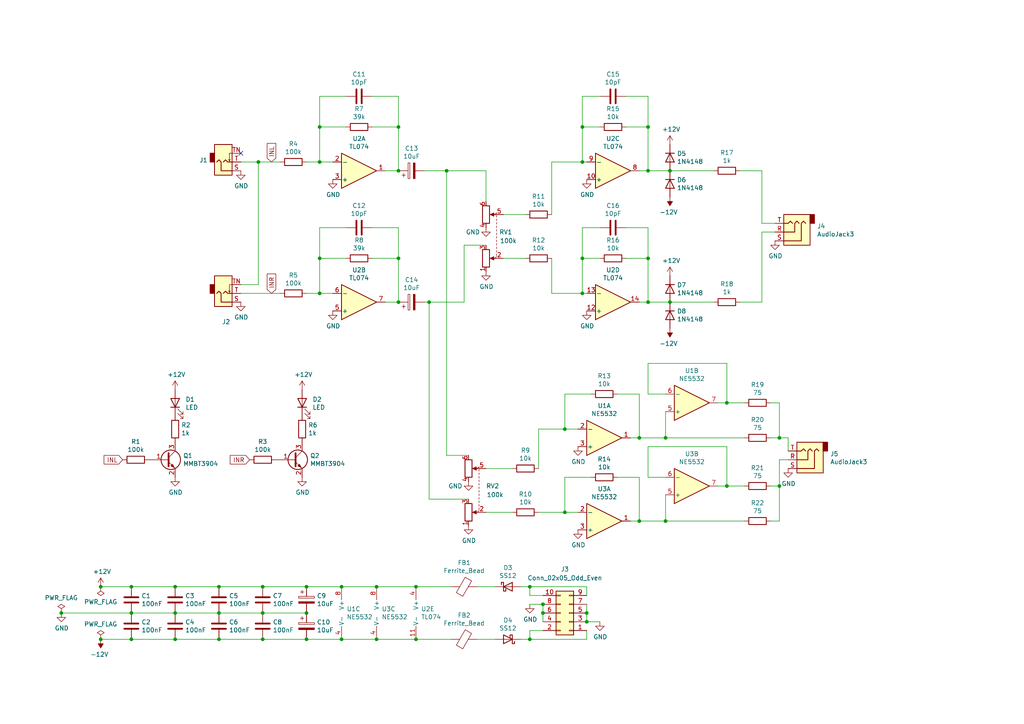
<source format=kicad_sch>
(kicad_sch (version 20211123) (generator eeschema)
  (paper "A4")
  (lib_symbols
    (symbol "Amplifier_Operational:NE5532" (pin_names (offset 0.127))
      (property "Reference" "U" (at 0 5.08 0))
      (property "Value" "NE5532" (at 0 -5.08 0))
      (symbol "NE5532_1_1"
        (polyline (pts (xy -5.08 5.08) (xy 5.08 0) (xy -5.08 -5.08) (xy -5.08 5.08)) (stroke (width 0.254)) (fill (type background)))
        (pin output line (at 7.62 0 180) (length 2.54) (name "~") (number "1"))
        (pin input line (at -7.62 -2.54 0) (length 2.54) (name "-") (number "2"))
        (pin input line (at -7.62 2.54 0) (length 2.54) (name "+") (number "3"))
      )
      (symbol "NE5532_2_1"
        (polyline (pts (xy -5.08 5.08) (xy 5.08 0) (xy -5.08 -5.08) (xy -5.08 5.08)) (stroke (width 0.254)) (fill (type background)))
        (pin input line (at -7.62 2.54 0) (length 2.54) (name "+") (number "5"))
        (pin input line (at -7.62 -2.54 0) (length 2.54) (name "-") (number "6"))
        (pin output line (at 7.62 0 180) (length 2.54) (name "~") (number "7"))
      )
      (symbol "NE5532_3_1"
        (pin power_in line (at -2.54 -7.62 90) (length 3.81) (name "V-") (number "4"))
        (pin power_in line (at -2.54 7.62 270) (length 3.81) (name "V+") (number "8"))
      )
    )
    (symbol "Amplifier_Operational:TL074" (pin_names (offset 0.127))
      (property "Reference" "U" (at 0 5.08 0))
      (property "Value" "TL074" (at 0 -5.08 0))
      (symbol "TL074_1_1"
        (polyline (pts (xy -5.08 5.08) (xy 5.08 0) (xy -5.08 -5.08) (xy -5.08 5.08)) (stroke (width 0.254)) (fill (type background)))
        (pin output line (at 7.62 0 180) (length 2.54) (name "~") (number "1"))
        (pin input line (at -7.62 -2.54 0) (length 2.54) (name "-") (number "2"))
        (pin input line (at -7.62 2.54 0) (length 2.54) (name "+") (number "3"))
      )
      (symbol "TL074_2_1"
        (polyline (pts (xy -5.08 5.08) (xy 5.08 0) (xy -5.08 -5.08) (xy -5.08 5.08)) (stroke (width 0.254)) (fill (type background)))
        (pin input line (at -7.62 2.54 0) (length 2.54) (name "+") (number "5"))
        (pin input line (at -7.62 -2.54 0) (length 2.54) (name "-") (number "6"))
        (pin output line (at 7.62 0 180) (length 2.54) (name "~") (number "7"))
      )
      (symbol "TL074_3_1"
        (polyline (pts (xy -5.08 5.08) (xy 5.08 0) (xy -5.08 -5.08) (xy -5.08 5.08)) (stroke (width 0.254)) (fill (type background)))
        (pin input line (at -7.62 2.54 0) (length 2.54) (name "+") (number "10"))
        (pin output line (at 7.62 0 180) (length 2.54) (name "~") (number "8"))
        (pin input line (at -7.62 -2.54 0) (length 2.54) (name "-") (number "9"))
      )
      (symbol "TL074_4_1"
        (polyline (pts (xy -5.08 5.08) (xy 5.08 0) (xy -5.08 -5.08) (xy -5.08 5.08)) (stroke (width 0.254)) (fill (type background)))
        (pin input line (at -7.62 2.54 0) (length 2.54) (name "+") (number "12"))
        (pin input line (at -7.62 -2.54 0) (length 2.54) (name "-") (number "13"))
        (pin output line (at 7.62 0 180) (length 2.54) (name "~") (number "14"))
      )
      (symbol "TL074_5_1"
        (pin power_in line (at -2.54 -7.62 90) (length 3.81) (name "V-") (number "11"))
        (pin power_in line (at -2.54 7.62 270) (length 3.81) (name "V+") (number "4"))
      )
    )
    (symbol "Connector:AudioJack2_SwitchT"
      (property "Reference" "J" (at 0 8.89 0))
      (property "Value" "AudioJack2_SwitchT" (at 0 6.35 0))
      (symbol "AudioJack2_SwitchT_0_1"
        (rectangle (start -2.54 0) (end -3.81 -2.54) (stroke (width 0.254)) (fill (type outline)))
        (polyline (pts (xy 1.778 -0.254) (xy 2.032 -0.762)))
        (polyline (pts (xy 0 0) (xy 0.635 -0.635) (xy 1.27 0) (xy 2.54 0)) (stroke (width 0.254)))
        (polyline (pts (xy 2.54 -2.54) (xy 1.778 -2.54) (xy 1.778 -0.254) (xy 1.524 -0.762)))
        (polyline (pts (xy 2.54 2.54) (xy -0.635 2.54) (xy -0.635 0) (xy -1.27 -0.635) (xy -1.905 0)) (stroke (width 0.254)))
        (rectangle (start 2.54 3.81) (end -2.54 -5.08) (stroke (width 0.254)) (fill (type background)))
      )
      (symbol "AudioJack2_SwitchT_1_1"
        (pin passive line (at 5.08 2.54 180) (length 2.54) (name "~") (number "S"))
        (pin passive line (at 5.08 0 180) (length 2.54) (name "~") (number "T"))
        (pin passive line (at 5.08 -2.54 180) (length 2.54) (name "~") (number "TN"))
      )
    )
    (symbol "Connector:AudioJack3"
      (property "Reference" "J" (at 0 8.89 0))
      (property "Value" "AudioJack3" (at 0 6.35 0))
      (symbol "AudioJack3_0_1"
        (rectangle (start -5.08 -5.08) (end -6.35 -2.54) (stroke (width 0.254)) (fill (type outline)))
        (polyline (pts (xy 0 -2.54) (xy 0.635 -3.175) (xy 1.27 -2.54) (xy 2.54 -2.54)) (stroke (width 0.254)))
        (polyline (pts (xy -1.905 -2.54) (xy -1.27 -3.175) (xy -0.635 -2.54) (xy -0.635 0) (xy 2.54 0)) (stroke (width 0.254)))
        (polyline (pts (xy 2.54 2.54) (xy -2.54 2.54) (xy -2.54 -2.54) (xy -3.175 -3.175) (xy -3.81 -2.54)) (stroke (width 0.254)))
        (rectangle (start 2.54 3.81) (end -5.08 -5.08) (stroke (width 0.254)) (fill (type background)))
      )
      (symbol "AudioJack3_1_1"
        (pin passive line (at 5.08 0 180) (length 2.54) (name "~") (number "R"))
        (pin passive line (at 5.08 2.54 180) (length 2.54) (name "~") (number "S"))
        (pin passive line (at 5.08 -2.54 180) (length 2.54) (name "~") (number "T"))
      )
    )
    (symbol "Connector_Generic:Conn_02x05_Odd_Even" (pin_names (offset 1.016) hide)
      (property "Reference" "J" (at 1.27 7.62 0))
      (property "Value" "Conn_02x05_Odd_Even" (at 1.27 -7.62 0))
      (symbol "Conn_02x05_Odd_Even_1_1"
        (rectangle (start -1.27 -4.953) (end 0 -5.207) (stroke (width 0.1524)))
        (rectangle (start -1.27 -2.413) (end 0 -2.667) (stroke (width 0.1524)))
        (rectangle (start -1.27 0.127) (end 0 -0.127) (stroke (width 0.1524)))
        (rectangle (start -1.27 2.667) (end 0 2.413) (stroke (width 0.1524)))
        (rectangle (start -1.27 5.207) (end 0 4.953) (stroke (width 0.1524)))
        (rectangle (start -1.27 6.35) (end 3.81 -6.35) (stroke (width 0.254)) (fill (type background)))
        (rectangle (start 3.81 -4.953) (end 2.54 -5.207) (stroke (width 0.1524)))
        (rectangle (start 3.81 -2.413) (end 2.54 -2.667) (stroke (width 0.1524)))
        (rectangle (start 3.81 0.127) (end 2.54 -0.127) (stroke (width 0.1524)))
        (rectangle (start 3.81 2.667) (end 2.54 2.413) (stroke (width 0.1524)))
        (rectangle (start 3.81 5.207) (end 2.54 4.953) (stroke (width 0.1524)))
        (pin passive line (at -5.08 5.08 0) (length 3.81) (name "Pin_1") (number "1"))
        (pin passive line (at 7.62 -5.08 180) (length 3.81) (name "Pin_10") (number "10"))
        (pin passive line (at 7.62 5.08 180) (length 3.81) (name "Pin_2") (number "2"))
        (pin passive line (at -5.08 2.54 0) (length 3.81) (name "Pin_3") (number "3"))
        (pin passive line (at 7.62 2.54 180) (length 3.81) (name "Pin_4") (number "4"))
        (pin passive line (at -5.08 0 0) (length 3.81) (name "Pin_5") (number "5"))
        (pin passive line (at 7.62 0 180) (length 3.81) (name "Pin_6") (number "6"))
        (pin passive line (at -5.08 -2.54 0) (length 3.81) (name "Pin_7") (number "7"))
        (pin passive line (at 7.62 -2.54 180) (length 3.81) (name "Pin_8") (number "8"))
        (pin passive line (at -5.08 -5.08 0) (length 3.81) (name "Pin_9") (number "9"))
      )
    )
    (symbol "Device:C" (pin_numbers hide) (pin_names (offset 0.254))
      (property "Reference" "C" (at 0.635 2.54 0))
      (property "Value" "C" (at 0.635 -2.54 0))
      (symbol "C_0_1"
        (polyline (pts (xy -2.032 -0.762) (xy 2.032 -0.762)) (stroke (width 0.508)))
        (polyline (pts (xy -2.032 0.762) (xy 2.032 0.762)) (stroke (width 0.508)))
      )
      (symbol "C_1_1"
        (pin passive line (at 0 3.81 270) (length 2.794) (name "~") (number "1"))
        (pin passive line (at 0 -3.81 90) (length 2.794) (name "~") (number "2"))
      )
    )
    (symbol "Device:D_Schottky" (pin_numbers hide) (pin_names (offset 1.016) hide)
      (property "Reference" "D" (at 0 2.54 0))
      (property "Value" "D_Schottky" (at 0 -2.54 0))
      (symbol "D_Schottky_0_1"
        (polyline (pts (xy 1.27 0) (xy -1.27 0)))
        (polyline (pts (xy 1.27 1.27) (xy 1.27 -1.27) (xy -1.27 0) (xy 1.27 1.27)) (stroke (width 0.254)))
        (polyline (pts (xy -1.905 0.635) (xy -1.905 1.27) (xy -1.27 1.27) (xy -1.27 -1.27) (xy -0.635 -1.27) (xy -0.635 -0.635)) (stroke (width 0.254)))
      )
      (symbol "D_Schottky_1_1"
        (pin passive line (at -3.81 0 0) (length 2.54) (name "K") (number "1"))
        (pin passive line (at 3.81 0 180) (length 2.54) (name "A") (number "2"))
      )
    )
    (symbol "Device:LED" (pin_numbers hide) (pin_names (offset 1.016) hide)
      (property "Reference" "D" (at 0 2.54 0))
      (property "Value" "LED" (at 0 -2.54 0))
      (symbol "LED_0_1"
        (polyline (pts (xy -1.27 -1.27) (xy -1.27 1.27)) (stroke (width 0.254)))
        (polyline (pts (xy -1.27 0) (xy 1.27 0)))
        (polyline (pts (xy 1.27 -1.27) (xy 1.27 1.27) (xy -1.27 0) (xy 1.27 -1.27)) (stroke (width 0.254)))
        (polyline (pts (xy -3.048 -0.762) (xy -4.572 -2.286) (xy -3.81 -2.286) (xy -4.572 -2.286) (xy -4.572 -1.524)))
        (polyline (pts (xy -1.778 -0.762) (xy -3.302 -2.286) (xy -2.54 -2.286) (xy -3.302 -2.286) (xy -3.302 -1.524)))
      )
      (symbol "LED_1_1"
        (pin passive line (at -3.81 0 0) (length 2.54) (name "K") (number "1"))
        (pin passive line (at 3.81 0 180) (length 2.54) (name "A") (number "2"))
      )
    )
    (symbol "Device:R" (pin_numbers hide) (pin_names (offset 0))
      (property "Reference" "R" (at 2.032 0 90))
      (property "Value" "R" (at 0 0 90))
      (symbol "R_0_1"
        (rectangle (start -1.016 -2.54) (end 1.016 2.54) (stroke (width 0.254)))
      )
      (symbol "R_1_1"
        (pin passive line (at 0 3.81 270) (length 1.27) (name "~") (number "1"))
        (pin passive line (at 0 -3.81 90) (length 1.27) (name "~") (number "2"))
      )
    )
    (symbol "Diode:1N4148" (pin_numbers hide) (pin_names hide)
      (property "Reference" "D" (at 0 2.54 0))
      (property "Value" "1N4148" (at 0 -2.54 0))
      (symbol "1N4148_0_1"
        (polyline (pts (xy -1.27 1.27) (xy -1.27 -1.27)) (stroke (width 0.254)))
        (polyline (pts (xy 1.27 0) (xy -1.27 0)))
        (polyline (pts (xy 1.27 1.27) (xy 1.27 -1.27) (xy -1.27 0) (xy 1.27 1.27)) (stroke (width 0.254)))
      )
      (symbol "1N4148_1_1"
        (pin passive line (at -3.81 0 0) (length 2.54) (name "K") (number "1"))
        (pin passive line (at 3.81 0 180) (length 2.54) (name "A") (number "2"))
      )
    )
    (symbol "Transistor_BJT:MMBT3904" (pin_names (offset 0) hide)
      (property "Reference" "Q" (at 5.08 1.905 0))
      (property "Value" "MMBT3904" (at 5.08 0 0))
      (symbol "MMBT3904_0_1"
        (polyline (pts (xy 0.635 0.635) (xy 2.54 2.54)))
        (polyline (pts (xy 0.635 -0.635) (xy 2.54 -2.54) (xy 2.54 -2.54)))
        (polyline (pts (xy 0.635 1.905) (xy 0.635 -1.905) (xy 0.635 -1.905)) (stroke (width 0.508)))
        (polyline (pts (xy 1.27 -1.778) (xy 1.778 -1.27) (xy 2.286 -2.286) (xy 1.27 -1.778) (xy 1.27 -1.778)) (fill (type outline)))
        (circle (center 1.27 0) (radius 2.8194) (stroke (width 0.254)))
      )
      (symbol "MMBT3904_1_1"
        (pin input line (at -5.08 0 0) (length 5.715) (name "B") (number "1"))
        (pin passive line (at 2.54 -5.08 90) (length 2.54) (name "E") (number "2"))
        (pin passive line (at 2.54 5.08 270) (length 2.54) (name "C") (number "3"))
      )
    )
    (symbol "output-rescue:CP-Device" (pin_numbers hide) (pin_names (offset 0.254))
      (property "Reference" "C" (at 0.635 2.54 0))
      (property "Value" "CP-Device" (at 0.635 -2.54 0))
      (symbol "CP-Device_0_1"
        (rectangle (start -2.286 0.508) (end 2.286 1.016))
        (polyline (pts (xy -1.778 2.286) (xy -0.762 2.286)))
        (polyline (pts (xy -1.27 2.794) (xy -1.27 1.778)))
        (rectangle (start 2.286 -0.508) (end -2.286 -1.016) (fill (type outline)))
      )
      (symbol "CP-Device_1_1"
        (pin passive line (at 0 3.81 270) (length 2.794) (name "~") (number "1"))
        (pin passive line (at 0 -3.81 90) (length 2.794) (name "~") (number "2"))
      )
    )
    (symbol "output-rescue:Ferrite_Bead-Device" (pin_numbers hide) (pin_names (offset 0))
      (property "Reference" "FB" (at -3.81 0.635 90))
      (property "Value" "Ferrite_Bead-Device" (at 3.81 0 90))
      (symbol "Ferrite_Bead-Device_0_1"
        (polyline (pts (xy 0 -1.27) (xy 0 -1.2192)))
        (polyline (pts (xy 0 1.27) (xy 0 1.2954)))
        (polyline (pts (xy -2.7686 0.4064) (xy -1.7018 2.2606) (xy 2.7686 -0.3048) (xy 1.6764 -2.159) (xy -2.7686 0.4064)))
      )
      (symbol "Ferrite_Bead-Device_1_1"
        (pin passive line (at 0 3.81 270) (length 2.54) (name "~") (number "1"))
        (pin passive line (at 0 -3.81 90) (length 2.54) (name "~") (number "2"))
      )
    )
    (symbol "output-rescue:R_POT_Dual-Device" (pin_names (offset 1.016) hide)
      (property "Reference" "RV" (at 0 3.81 0))
      (property "Value" "R_POT_Dual-Device" (at 0 1.905 0))
      (symbol "R_POT_Dual-Device_0_1"
        (rectangle (start -8.89 -1.524) (end -3.81 -3.556) (stroke (width 0.254)))
        (polyline (pts (xy -6.35 0) (xy -6.35 -1.016)))
        (polyline (pts (xy -6.35 0) (xy -6.35 -1.016)))
        (polyline (pts (xy -6.35 0) (xy -5.842 0.508)))
        (polyline (pts (xy -5.588 0.508) (xy -5.08 0.508)))
        (polyline (pts (xy -4.572 0.508) (xy -4.064 0.508)))
        (polyline (pts (xy -3.556 0.508) (xy -3.048 0.508)))
        (polyline (pts (xy -2.54 0.508) (xy -2.032 0.508)))
        (polyline (pts (xy -1.524 0.508) (xy -1.016 0.508)))
        (polyline (pts (xy -0.508 0.508) (xy 0 0.508)))
        (polyline (pts (xy 0.508 0.508) (xy 1.016 0.508)))
        (polyline (pts (xy 1.524 0.508) (xy 2.032 0.508)))
        (polyline (pts (xy 2.54 0.508) (xy 3.048 0.508)))
        (polyline (pts (xy 3.556 0.508) (xy 4.064 0.508)))
        (polyline (pts (xy 4.572 0.508) (xy 5.08 0.508)))
        (polyline (pts (xy 5.588 0.508) (xy 6.096 0.508)))
        (polyline (pts (xy 6.35 0) (xy 6.35 -1.016)))
        (polyline (pts (xy 6.35 0) (xy 6.35 -1.016)))
        (polyline (pts (xy 6.604 0.508) (xy 6.858 0.508) (xy 6.35 0)))
        (polyline (pts (xy -6.35 -1.397) (xy -6.858 -0.254) (xy -5.842 -0.254) (xy -6.35 -1.397)) (fill (type outline)))
        (polyline (pts (xy 6.35 -1.397) (xy 5.842 -0.254) (xy 6.858 -0.254) (xy 6.35 -1.397)) (fill (type outline)))
        (rectangle (start 3.81 -1.524) (end 8.89 -3.556) (stroke (width 0.254)))
      )
      (symbol "R_POT_Dual-Device_1_1"
        (pin passive line (at -10.16 -2.54 0) (length 1.27) (name "1") (number "1"))
        (pin passive line (at -6.35 2.54 270) (length 2.54) (name "2") (number "2"))
        (pin passive line (at -2.54 -2.54 180) (length 1.27) (name "3") (number "3"))
        (pin passive line (at 2.54 -2.54 0) (length 1.27) (name "4") (number "4"))
        (pin passive line (at 6.35 2.54 270) (length 2.54) (name "5") (number "5"))
        (pin passive line (at 10.16 -2.54 180) (length 1.27) (name "6") (number "6"))
      )
    )
    (symbol "power:+12V" (power) (pin_names (offset 0))
      (property "Value" "+12V" (at 0 3.556 0))
      (symbol "+12V_0_1"
        (polyline (pts (xy -0.762 1.27) (xy 0 2.54)))
        (polyline (pts (xy 0 0) (xy 0 2.54)))
        (polyline (pts (xy 0 2.54) (xy 0.762 1.27)))
      )
      (symbol "+12V_1_1"
        (pin power_in line (at 0 0 90) (length 0) hide (name "+12V") (number "1"))
      )
    )
    (symbol "power:-12V" (power) (pin_names (offset 0))
      (property "Value" "-12V" (at 0 3.81 0))
      (symbol "-12V_0_0"
        (pin power_in line (at 0 0 90) (length 0) hide (name "-12V") (number "1"))
      )
      (symbol "-12V_0_1"
        (polyline (pts (xy 0 0) (xy 0 1.27) (xy 0.762 1.27) (xy 0 2.54) (xy -0.762 1.27) (xy 0 1.27)) (fill (type outline)))
      )
    )
    (symbol "power:GND" (power) (pin_names (offset 0))
      (property "Value" "GND" (at 0 -3.81 0))
      (symbol "GND_0_1"
        (polyline (pts (xy 0 0) (xy 0 -1.27) (xy 1.27 -1.27) (xy 0 -2.54) (xy -1.27 -1.27) (xy 0 -1.27)))
      )
      (symbol "GND_1_1"
        (pin power_in line (at 0 0 270) (length 0) hide (name "GND") (number "1"))
      )
    )
    (symbol "power:PWR_FLAG" (power) (pin_numbers hide) (pin_names (offset 0) hide)
      (property "Value" "PWR_FLAG" (at 0 3.81 0))
      (symbol "PWR_FLAG_0_0"
        (pin power_out line (at 0 0 90) (length 0) (name "pwr") (number "1"))
      )
      (symbol "PWR_FLAG_0_1"
        (polyline (pts (xy 0 0) (xy 0 1.27) (xy -1.016 1.905) (xy 0 2.54) (xy 1.016 1.905) (xy 0 1.27)))
      )
    )
  )
  (junction (at 193.04 127))
  (junction (at 210.82 140.97))
  (junction (at 194.31 49.53))
  (junction (at 99.06 185.42))
  (junction (at 163.83 124.46))
  (junction (at 99.06 170.18))
  (junction (at 153.67 170.18))
  (junction (at 92.71 36.83))
  (junction (at 226.06 127))
  (junction (at 157.48 175.26))
  (junction (at 76.2 170.18))
  (junction (at 109.22 185.42))
  (junction (at 120.65 185.42))
  (junction (at 170.18 177.8))
  (junction (at 185.42 151.13))
  (junction (at 187.96 36.83))
  (junction (at 157.48 177.8))
  (junction (at 109.22 170.18))
  (junction (at 17.78 177.8))
  (junction (at 38.1 170.18))
  (junction (at 88.9 170.18))
  (junction (at 63.5 185.42))
  (junction (at 193.04 151.13))
  (junction (at 163.83 148.59))
  (junction (at 76.2 185.42))
  (junction (at 38.1 177.8))
  (junction (at 115.57 49.53))
  (junction (at 76.2 177.8))
  (junction (at 115.57 87.63))
  (junction (at 29.21 185.42))
  (junction (at 29.21 170.18))
  (junction (at 88.9 185.42))
  (junction (at 187.96 74.93))
  (junction (at 129.54 49.53))
  (junction (at 50.8 185.42))
  (junction (at 120.65 170.18))
  (junction (at 168.91 46.99))
  (junction (at 168.91 74.93))
  (junction (at 74.93 46.99))
  (junction (at 88.9 177.8))
  (junction (at 50.8 177.8))
  (junction (at 92.71 85.09))
  (junction (at 153.67 185.42))
  (junction (at 187.96 87.63))
  (junction (at 50.8 170.18))
  (junction (at 92.71 46.99))
  (junction (at 63.5 170.18))
  (junction (at 194.31 87.63))
  (junction (at 226.06 140.97))
  (junction (at 92.71 74.93))
  (junction (at 185.42 127))
  (junction (at 170.18 180.34))
  (junction (at 63.5 177.8))
  (junction (at 124.46 87.63))
  (junction (at 187.96 49.53))
  (junction (at 168.91 85.09))
  (junction (at 115.57 74.93))
  (junction (at 210.82 116.84))
  (junction (at 38.1 185.42))
  (junction (at 168.91 36.83))
  (junction (at 115.57 36.83))
  (no_connect (at 69.85 44.45))
  (wire (pts (xy 168.91 27.94) (xy 173.99 27.94)))
  (wire (pts (xy 92.71 85.09) (xy 96.52 85.09)))
  (wire (pts (xy 187.96 87.63) (xy 194.31 87.63)))
  (wire (pts (xy 223.52 151.13) (xy 226.06 151.13)))
  (wire (pts (xy 157.48 175.26) (xy 157.48 177.8)))
  (wire (pts (xy 115.57 36.83) (xy 115.57 49.53)))
  (wire (pts (xy 92.71 36.83) (xy 92.71 27.94)))
  (wire (pts (xy 182.88 127) (xy 185.42 127)))
  (wire (pts (xy 151.13 185.42) (xy 153.67 185.42)))
  (wire (pts (xy 153.67 170.18) (xy 153.67 172.72)))
  (wire (pts (xy 226.06 116.84) (xy 226.06 127)))
  (wire (pts (xy 168.91 66.04) (xy 173.99 66.04)))
  (wire (pts (xy 135.89 144.78) (xy 124.46 144.78)))
  (wire (pts (xy 115.57 66.04) (xy 115.57 74.93)))
  (wire (pts (xy 92.71 66.04) (xy 100.33 66.04)))
  (wire (pts (xy 69.85 46.99) (xy 74.93 46.99)))
  (wire (pts (xy 210.82 140.97) (xy 215.9 140.97)))
  (wire (pts (xy 143.51 185.42) (xy 138.43 185.42)))
  (wire (pts (xy 38.1 185.42) (xy 50.8 185.42)))
  (wire (pts (xy 181.61 36.83) (xy 187.96 36.83)))
  (wire (pts (xy 210.82 129.54) (xy 187.96 129.54)))
  (wire (pts (xy 193.04 127) (xy 215.9 127)))
  (wire (pts (xy 226.06 140.97) (xy 226.06 133.35)))
  (wire (pts (xy 194.31 87.63) (xy 207.01 87.63)))
  (wire (pts (xy 130.81 185.42) (xy 120.65 185.42)))
  (wire (pts (xy 107.95 36.83) (xy 115.57 36.83)))
  (wire (pts (xy 179.07 138.43) (xy 185.42 138.43)))
  (wire (pts (xy 129.54 49.53) (xy 140.97 49.53)))
  (wire (pts (xy 123.19 49.53) (xy 129.54 49.53)))
  (wire (pts (xy 170.18 180.34) (xy 170.18 177.8)))
  (wire (pts (xy 220.98 67.31) (xy 224.79 67.31)))
  (wire (pts (xy 223.52 140.97) (xy 226.06 140.97)))
  (wire (pts (xy 115.57 87.63) (xy 111.76 87.63)))
  (wire (pts (xy 187.96 36.83) (xy 187.96 49.53)))
  (wire (pts (xy 171.45 138.43) (xy 163.83 138.43)))
  (wire (pts (xy 153.67 182.88) (xy 157.48 182.88)))
  (wire (pts (xy 50.8 177.8) (xy 38.1 177.8)))
  (wire (pts (xy 208.28 116.84) (xy 210.82 116.84)))
  (wire (pts (xy 38.1 177.8) (xy 17.78 177.8)))
  (wire (pts (xy 63.5 185.42) (xy 76.2 185.42)))
  (wire (pts (xy 88.9 170.18) (xy 76.2 170.18)))
  (wire (pts (xy 220.98 64.77) (xy 220.98 49.53)))
  (wire (pts (xy 187.96 129.54) (xy 187.96 138.43)))
  (wire (pts (xy 69.85 85.09) (xy 81.28 85.09)))
  (wire (pts (xy 163.83 148.59) (xy 167.64 148.59)))
  (wire (pts (xy 140.97 148.59) (xy 148.59 148.59)))
  (wire (pts (xy 109.22 185.42) (xy 99.06 185.42)))
  (wire (pts (xy 74.93 82.55) (xy 74.93 46.99)))
  (wire (pts (xy 181.61 74.93) (xy 187.96 74.93)))
  (wire (pts (xy 226.06 127) (xy 228.6 127)))
  (wire (pts (xy 193.04 119.38) (xy 193.04 127)))
  (wire (pts (xy 226.06 133.35) (xy 228.6 133.35)))
  (wire (pts (xy 170.18 185.42) (xy 153.67 185.42)))
  (wire (pts (xy 170.18 180.34) (xy 173.99 180.34)))
  (wire (pts (xy 182.88 151.13) (xy 185.42 151.13)))
  (wire (pts (xy 92.71 27.94) (xy 100.33 27.94)))
  (wire (pts (xy 168.91 36.83) (xy 168.91 46.99)))
  (wire (pts (xy 170.18 172.72) (xy 170.18 170.18)))
  (wire (pts (xy 99.06 170.18) (xy 109.22 170.18)))
  (wire (pts (xy 107.95 27.94) (xy 115.57 27.94)))
  (wire (pts (xy 88.9 177.8) (xy 76.2 177.8)))
  (wire (pts (xy 210.82 116.84) (xy 215.9 116.84)))
  (wire (pts (xy 168.91 85.09) (xy 168.91 74.93)))
  (wire (pts (xy 185.42 127) (xy 185.42 114.3)))
  (wire (pts (xy 163.83 148.59) (xy 156.21 148.59)))
  (wire (pts (xy 63.5 170.18) (xy 50.8 170.18)))
  (wire (pts (xy 29.21 185.42) (xy 38.1 185.42)))
  (wire (pts (xy 170.18 182.88) (xy 170.18 185.42)))
  (wire (pts (xy 76.2 185.42) (xy 88.9 185.42)))
  (wire (pts (xy 120.65 170.18) (xy 130.81 170.18)))
  (wire (pts (xy 156.21 124.46) (xy 156.21 135.89)))
  (wire (pts (xy 140.97 49.53) (xy 140.97 58.42)))
  (wire (pts (xy 92.71 46.99) (xy 96.52 46.99)))
  (wire (pts (xy 224.79 64.77) (xy 220.98 64.77)))
  (wire (pts (xy 124.46 144.78) (xy 124.46 87.63)))
  (wire (pts (xy 187.96 87.63) (xy 185.42 87.63)))
  (wire (pts (xy 220.98 49.53) (xy 214.63 49.53)))
  (wire (pts (xy 168.91 74.93) (xy 173.99 74.93)))
  (wire (pts (xy 88.9 46.99) (xy 92.71 46.99)))
  (wire (pts (xy 88.9 185.42) (xy 99.06 185.42)))
  (wire (pts (xy 223.52 116.84) (xy 226.06 116.84)))
  (wire (pts (xy 135.89 132.08) (xy 129.54 132.08)))
  (wire (pts (xy 220.98 87.63) (xy 220.98 67.31)))
  (wire (pts (xy 163.83 124.46) (xy 156.21 124.46)))
  (wire (pts (xy 187.96 114.3) (xy 193.04 114.3)))
  (wire (pts (xy 171.45 114.3) (xy 163.83 114.3)))
  (wire (pts (xy 223.52 127) (xy 226.06 127)))
  (wire (pts (xy 214.63 87.63) (xy 220.98 87.63)))
  (wire (pts (xy 168.91 74.93) (xy 168.91 66.04)))
  (wire (pts (xy 92.71 46.99) (xy 92.71 36.83)))
  (wire (pts (xy 99.06 170.18) (xy 88.9 170.18)))
  (wire (pts (xy 123.19 87.63) (xy 124.46 87.63)))
  (wire (pts (xy 168.91 46.99) (xy 170.18 46.99)))
  (wire (pts (xy 168.91 36.83) (xy 168.91 27.94)))
  (wire (pts (xy 187.96 49.53) (xy 185.42 49.53)))
  (wire (pts (xy 210.82 140.97) (xy 210.82 129.54)))
  (wire (pts (xy 50.8 185.42) (xy 63.5 185.42)))
  (wire (pts (xy 134.62 87.63) (xy 134.62 71.12)))
  (wire (pts (xy 185.42 151.13) (xy 193.04 151.13)))
  (wire (pts (xy 157.48 172.72) (xy 153.67 172.72)))
  (wire (pts (xy 157.48 177.8) (xy 157.48 180.34)))
  (wire (pts (xy 157.48 175.26) (xy 153.67 175.26)))
  (wire (pts (xy 187.96 66.04) (xy 187.96 74.93)))
  (wire (pts (xy 226.06 151.13) (xy 226.06 140.97)))
  (wire (pts (xy 100.33 36.83) (xy 92.71 36.83)))
  (wire (pts (xy 170.18 175.26) (xy 170.18 177.8)))
  (wire (pts (xy 187.96 138.43) (xy 193.04 138.43)))
  (wire (pts (xy 120.65 185.42) (xy 109.22 185.42)))
  (wire (pts (xy 151.13 170.18) (xy 153.67 170.18)))
  (wire (pts (xy 63.5 177.8) (xy 50.8 177.8)))
  (wire (pts (xy 210.82 116.84) (xy 210.82 105.41)))
  (wire (pts (xy 124.46 87.63) (xy 134.62 87.63)))
  (wire (pts (xy 173.99 36.83) (xy 168.91 36.83)))
  (wire (pts (xy 185.42 127) (xy 193.04 127)))
  (wire (pts (xy 168.91 85.09) (xy 170.18 85.09)))
  (wire (pts (xy 170.18 170.18) (xy 153.67 170.18)))
  (wire (pts (xy 210.82 105.41) (xy 187.96 105.41)))
  (wire (pts (xy 50.8 170.18) (xy 38.1 170.18)))
  (wire (pts (xy 181.61 66.04) (xy 187.96 66.04)))
  (wire (pts (xy 187.96 49.53) (xy 194.31 49.53)))
  (wire (pts (xy 115.57 27.94) (xy 115.57 36.83)))
  (wire (pts (xy 163.83 138.43) (xy 163.83 148.59)))
  (wire (pts (xy 88.9 85.09) (xy 92.71 85.09)))
  (wire (pts (xy 181.61 27.94) (xy 187.96 27.94)))
  (wire (pts (xy 134.62 71.12) (xy 140.97 71.12)))
  (wire (pts (xy 74.93 46.99) (xy 81.28 46.99)))
  (wire (pts (xy 187.96 105.41) (xy 187.96 114.3)))
  (wire (pts (xy 143.51 170.18) (xy 138.43 170.18)))
  (wire (pts (xy 163.83 114.3) (xy 163.83 124.46)))
  (wire (pts (xy 185.42 151.13) (xy 185.42 138.43)))
  (wire (pts (xy 146.05 74.93) (xy 152.4 74.93)))
  (wire (pts (xy 193.04 151.13) (xy 215.9 151.13)))
  (wire (pts (xy 29.21 170.18) (xy 38.1 170.18)))
  (wire (pts (xy 76.2 177.8) (xy 63.5 177.8)))
  (wire (pts (xy 92.71 74.93) (xy 92.71 66.04)))
  (wire (pts (xy 160.02 85.09) (xy 168.91 85.09)))
  (wire (pts (xy 163.83 124.46) (xy 167.64 124.46)))
  (wire (pts (xy 153.67 185.42) (xy 153.67 182.88)))
  (wire (pts (xy 179.07 114.3) (xy 185.42 114.3)))
  (wire (pts (xy 109.22 170.18) (xy 120.65 170.18)))
  (wire (pts (xy 100.33 74.93) (xy 92.71 74.93)))
  (wire (pts (xy 208.28 140.97) (xy 210.82 140.97)))
  (wire (pts (xy 160.02 62.23) (xy 160.02 46.99)))
  (wire (pts (xy 115.57 49.53) (xy 111.76 49.53)))
  (wire (pts (xy 194.31 49.53) (xy 207.01 49.53)))
  (wire (pts (xy 160.02 74.93) (xy 160.02 85.09)))
  (wire (pts (xy 140.97 135.89) (xy 148.59 135.89)))
  (wire (pts (xy 187.96 74.93) (xy 187.96 87.63)))
  (wire (pts (xy 193.04 143.51) (xy 193.04 151.13)))
  (wire (pts (xy 160.02 46.99) (xy 168.91 46.99)))
  (wire (pts (xy 69.85 82.55) (xy 74.93 82.55)))
  (wire (pts (xy 115.57 74.93) (xy 115.57 87.63)))
  (wire (pts (xy 107.95 74.93) (xy 115.57 74.93)))
  (wire (pts (xy 187.96 27.94) (xy 187.96 36.83)))
  (wire (pts (xy 107.95 66.04) (xy 115.57 66.04)))
  (wire (pts (xy 92.71 85.09) (xy 92.71 74.93)))
  (wire (pts (xy 146.05 62.23) (xy 152.4 62.23)))
  (wire (pts (xy 76.2 170.18) (xy 63.5 170.18)))
  (wire (pts (xy 228.6 127) (xy 228.6 130.81)))
  (wire (pts (xy 129.54 132.08) (xy 129.54 49.53)))
  (global_label "INR" (shape input) (at 72.39 133.35 180) (property "Intersheet References" "${INTERSHEET_REFS}" (effects hide)))
  (global_label "INL" (shape input) (at 35.56 133.35 180) (property "Intersheet References" "${INTERSHEET_REFS}" (effects hide)))
  (global_label "INR" (shape input) (at 78.74 85.09 90) (property "Intersheet References" "${INTERSHEET_REFS}" (effects hide)))
  (global_label "INL" (shape input) (at 78.74 46.99 90) (property "Intersheet References" "${INTERSHEET_REFS}" (effects hide)))
  (symbol (lib_id "Amplifier_Operational:TL074") (at 104.14 49.53 0) (mirror x) (unit 1)
    (property "Reference" "U2" (at 104.14 40.2082 0))
    (property "Value" "TL074" (at 104.14 42.5196 0))
    (property "Footprint" "Package_SO:SOIC-14_3.9x8.7mm_P1.27mm" (effects hide))
    (property "Datasheet" "http://www.ti.com/lit/ds/symlink/tl071.pdf" (effects hide))
  )
  (symbol (lib_id "Amplifier_Operational:TL074") (at 177.8 49.53 0) (mirror x) (unit 3)
    (property "Reference" "U2" (at 177.8 40.2082 0))
    (property "Value" "TL074" (at 177.8 42.5196 0))
    (property "Footprint" "Package_SO:SOIC-14_3.9x8.7mm_P1.27mm" (effects hide))
    (property "Datasheet" "http://www.ti.com/lit/ds/symlink/tl071.pdf" (effects hide))
  )
  (symbol (lib_id "Amplifier_Operational:TL074") (at 177.8 87.63 0) (mirror x) (unit 4)
    (property "Reference" "U2" (at 177.8 78.3082 0))
    (property "Value" "TL074" (at 177.8 80.6196 0))
    (property "Footprint" "Package_SO:SOIC-14_3.9x8.7mm_P1.27mm" (effects hide))
    (property "Datasheet" "http://www.ti.com/lit/ds/symlink/tl071.pdf" (effects hide))
  )
  (symbol (lib_id "Amplifier_Operational:TL074") (at 104.14 87.63 0) (mirror x) (unit 2)
    (property "Reference" "U2" (at 104.14 78.3082 0))
    (property "Value" "TL074" (at 104.14 80.6196 0))
    (property "Footprint" "Package_SO:SOIC-14_3.9x8.7mm_P1.27mm" (effects hide))
    (property "Datasheet" "http://www.ti.com/lit/ds/symlink/tl071.pdf" (effects hide))
  )
  (symbol (lib_id "Amplifier_Operational:TL074") (at 123.19 177.8 0) (unit 5)
    (property "Reference" "U2" (at 122.1232 176.6316 0) (effects (justify left)))
    (property "Value" "TL074" (at 122.1232 178.943 0) (effects (justify left)))
    (property "Footprint" "Package_SO:SOIC-14_3.9x8.7mm_P1.27mm" (effects hide))
    (property "Datasheet" "http://www.ti.com/lit/ds/symlink/tl071.pdf" (effects hide))
  )
  (symbol (lib_id "Connector:AudioJack2_SwitchT") (at 64.77 46.99 0) (mirror x) (unit 1)
    (property "Reference" "J1" (at 60.2234 46.4566 0) (effects (justify right)))
    (property "Value" "AudioJack2_SwitchT" (effects hide))
    (property "Footprint" "kicad_lib:Jack_3.5mm_QingPu_WQP-PJ398SM_Vertical_CircularHoles" (effects hide))
  )
  (symbol (lib_id "Connector:AudioJack2_SwitchT") (at 64.77 85.09 0) (mirror x) (unit 1)
    (property "Reference" "J2" (at 65.5828 93.345 0))
    (property "Value" "AudioJack2_SwitchT" (effects hide))
    (property "Footprint" "kicad_lib:Jack_3.5mm_QingPu_WQP-PJ398SM_Vertical_CircularHoles" (effects hide))
  )
  (symbol (lib_id "Connector:AudioJack3") (at 229.87 67.31 180) (unit 1)
    (property "Reference" "J4" (at 236.982 65.6082 0) (effects (justify right)))
    (property "Value" "AudioJack3" (at 236.982 67.9196 0) (effects (justify right)))
    (property "Footprint" "kicad_lib:Jack_3.5mm_QingPu_WQP-WQP419GR_Vertical_CircularHoles" (effects hide))
  )
  (symbol (lib_id "Connector:AudioJack3") (at 233.68 133.35 180) (unit 1)
    (property "Reference" "J5" (at 240.792 131.6482 0) (effects (justify right)))
    (property "Value" "AudioJack3" (at 240.792 133.9596 0) (effects (justify right)))
    (property "Footprint" "kicad_lib:Jack_3.5mm_QingPu_WQP-WQP419GR_Vertical_CircularHoles" (effects hide))
  )
  (symbol (lib_id "Device:R") (at 85.09 46.99 270) (unit 1)
    (property "Reference" "R4" (at 85.09 41.7322 90))
    (property "Value" "100k" (at 85.09 44.0436 90))
    (property "Footprint" "Resistor_SMD:R_0603_1608Metric_Pad1.05x0.95mm_HandSolder" (effects hide))
  )
  (symbol (lib_id "Device:R") (at 85.09 85.09 270) (unit 1)
    (property "Reference" "R5" (at 85.09 79.8322 90))
    (property "Value" "100k" (at 85.09 82.1436 90))
    (property "Footprint" "Resistor_SMD:R_0603_1608Metric_Pad1.05x0.95mm_HandSolder" (effects hide))
  )
  (symbol (lib_id "Device:R") (at 104.14 36.83 270) (unit 1)
    (property "Reference" "R7" (at 104.14 31.5722 90))
    (property "Value" "39k" (at 104.14 33.8836 90))
    (property "Footprint" "Resistor_SMD:R_0603_1608Metric_Pad1.05x0.95mm_HandSolder" (effects hide))
  )
  (symbol (lib_id "Device:R") (at 104.14 74.93 270) (unit 1)
    (property "Reference" "R8" (at 104.14 69.6722 90))
    (property "Value" "39k" (at 104.14 71.9836 90))
    (property "Footprint" "Resistor_SMD:R_0603_1608Metric_Pad1.05x0.95mm_HandSolder" (effects hide))
  )
  (symbol (lib_id "Device:R") (at 156.21 74.93 270) (unit 1)
    (property "Reference" "R12" (at 156.21 69.6722 90))
    (property "Value" "10k" (at 156.21 71.9836 90))
    (property "Footprint" "Resistor_SMD:R_0603_1608Metric_Pad1.05x0.95mm_HandSolder" (effects hide))
  )
  (symbol (lib_id "Device:R") (at 177.8 36.83 270) (unit 1)
    (property "Reference" "R15" (at 177.8 31.5722 90))
    (property "Value" "10k" (at 177.8 33.8836 90))
    (property "Footprint" "Resistor_SMD:R_0603_1608Metric_Pad1.05x0.95mm_HandSolder" (effects hide))
  )
  (symbol (lib_id "Device:R") (at 156.21 62.23 270) (unit 1)
    (property "Reference" "R11" (at 156.21 56.9722 90))
    (property "Value" "10k" (at 156.21 59.2836 90))
    (property "Footprint" "Resistor_SMD:R_0603_1608Metric_Pad1.05x0.95mm_HandSolder" (effects hide))
  )
  (symbol (lib_id "Device:R") (at 177.8 74.93 270) (unit 1)
    (property "Reference" "R16" (at 177.8 69.6722 90))
    (property "Value" "10k" (at 177.8 71.9836 90))
    (property "Footprint" "Resistor_SMD:R_0603_1608Metric_Pad1.05x0.95mm_HandSolder" (effects hide))
  )
  (symbol (lib_id "Device:C") (at 104.14 66.04 270) (unit 1)
    (property "Reference" "C12" (at 104.14 59.6392 90))
    (property "Value" "10pF" (at 104.14 61.9506 90))
    (property "Footprint" "Capacitor_SMD:C_0603_1608Metric_Pad1.05x0.95mm_HandSolder" (effects hide))
  )
  (symbol (lib_id "Device:C") (at 177.8 27.94 270) (unit 1)
    (property "Reference" "C15" (at 177.8 21.5392 90))
    (property "Value" "10pF" (at 177.8 23.8506 90))
    (property "Footprint" "Capacitor_SMD:C_0603_1608Metric_Pad1.05x0.95mm_HandSolder" (effects hide))
  )
  (symbol (lib_id "Device:C") (at 104.14 27.94 270) (unit 1)
    (property "Reference" "C11" (at 104.14 21.5392 90))
    (property "Value" "10pF" (at 104.14 23.8506 90))
    (property "Footprint" "Capacitor_SMD:C_0603_1608Metric_Pad1.05x0.95mm_HandSolder" (effects hide))
  )
  (symbol (lib_id "Device:C") (at 177.8 66.04 270) (unit 1)
    (property "Reference" "C16" (at 177.8 59.6392 90))
    (property "Value" "10pF" (at 177.8 61.9506 90))
    (property "Footprint" "Capacitor_SMD:C_0603_1608Metric_Pad1.05x0.95mm_HandSolder" (effects hide))
  )
  (symbol (lib_id "Device:R") (at 210.82 87.63 270) (unit 1)
    (property "Reference" "R18" (at 210.82 82.3722 90))
    (property "Value" "1k" (at 210.82 84.6836 90))
    (property "Footprint" "Resistor_SMD:R_0603_1608Metric_Pad1.05x0.95mm_HandSolder" (effects hide))
  )
  (symbol (lib_id "Device:R") (at 210.82 49.53 270) (unit 1)
    (property "Reference" "R17" (at 210.82 44.2722 90))
    (property "Value" "1k" (at 210.82 46.5836 90))
    (property "Footprint" "Resistor_SMD:R_0603_1608Metric_Pad1.05x0.95mm_HandSolder" (effects hide))
  )
  (symbol (lib_id "output-rescue:R_POT_Dual-Device") (at 138.43 142.24 270) (mirror x) (unit 1)
    (property "Reference" "RV2" (at 144.78 140.97 90) (effects (justify right)))
    (property "Value" "100k" (at 146.05 143.51 90) (effects (justify right)))
    (property "Footprint" "kicad_lib:Potentiometer_Song_Huei_R1214G_Dual_Vertical" (effects hide))
  )
  (symbol (lib_id "output-rescue:R_POT_Dual-Device") (at 143.51 68.58 270) (mirror x) (unit 1)
    (property "Reference" "RV1" (at 148.59 67.31 90) (effects (justify right)))
    (property "Value" "100k" (at 149.86 69.85 90) (effects (justify right)))
    (property "Footprint" "kicad_lib:Potentiometer_Song_Huei_R1214G_Dual_Vertical" (effects hide))
  )
  (symbol (lib_id "Device:R") (at 39.37 133.35 270) (unit 1)
    (property "Reference" "R1" (at 39.37 128.0922 90))
    (property "Value" "100k" (at 39.37 130.4036 90))
    (property "Footprint" "Resistor_SMD:R_0603_1608Metric_Pad1.05x0.95mm_HandSolder" (effects hide))
  )
  (symbol (lib_id "Device:R") (at 76.2 133.35 270) (unit 1)
    (property "Reference" "R3" (at 76.2 128.0922 90))
    (property "Value" "100k" (at 76.2 130.4036 90))
    (property "Footprint" "Resistor_SMD:R_0603_1608Metric_Pad1.05x0.95mm_HandSolder" (effects hide))
  )
  (symbol (lib_id "Device:R") (at 50.8 124.46 0) (unit 1)
    (property "Reference" "R2" (at 52.578 123.2916 0) (effects (justify left)))
    (property "Value" "1k" (at 52.578 125.603 0) (effects (justify left)))
    (property "Footprint" "Resistor_SMD:R_0603_1608Metric_Pad1.05x0.95mm_HandSolder" (effects hide))
  )
  (symbol (lib_id "Device:R") (at 87.63 124.46 0) (unit 1)
    (property "Reference" "R6" (at 89.408 123.2916 0) (effects (justify left)))
    (property "Value" "1k" (at 89.408 125.603 0) (effects (justify left)))
    (property "Footprint" "Resistor_SMD:R_0603_1608Metric_Pad1.05x0.95mm_HandSolder" (effects hide))
  )
  (symbol (lib_id "Device:LED") (at 50.8 116.84 90) (unit 1)
    (property "Reference" "D1" (at 53.7972 115.8494 90) (effects (justify right)))
    (property "Value" "LED" (at 53.7972 118.1608 90) (effects (justify right)))
    (property "Footprint" "LED_THT:LED_D3.0mm" (effects hide))
  )
  (symbol (lib_id "Device:LED") (at 87.63 116.84 90) (unit 1)
    (property "Reference" "D2" (at 90.6272 115.8494 90) (effects (justify right)))
    (property "Value" "LED" (at 90.6272 118.1608 90) (effects (justify right)))
    (property "Footprint" "LED_THT:LED_D3.0mm" (effects hide))
  )
  (symbol (lib_id "power:GND") (at 50.8 138.43 0) (unit 1)
    (property "Reference" "#PWR05" (effects hide))
    (property "Value" "GND" (at 50.927 142.8242 0))
  )
  (symbol (lib_id "power:GND") (at 87.63 138.43 0) (unit 1)
    (property "Reference" "#PWR09" (effects hide))
    (property "Value" "GND" (at 87.757 142.8242 0))
  )
  (symbol (lib_id "power:+12V") (at 50.8 113.03 0) (unit 1)
    (property "Reference" "#PWR04" (effects hide))
    (property "Value" "+12V" (at 51.181 108.6358 0))
  )
  (symbol (lib_id "power:+12V") (at 87.63 113.03 0) (unit 1)
    (property "Reference" "#PWR08" (effects hide))
    (property "Value" "+12V" (at 88.011 108.6358 0))
  )
  (symbol (lib_id "power:GND") (at 69.85 49.53 0) (unit 1)
    (property "Reference" "#PWR06" (effects hide))
    (property "Value" "GND" (at 69.977 53.9242 0))
  )
  (symbol (lib_id "power:GND") (at 69.85 87.63 0) (unit 1)
    (property "Reference" "#PWR07" (effects hide))
    (property "Value" "GND" (at 69.977 92.0242 0))
  )
  (symbol (lib_id "output-rescue:CP-Device") (at 119.38 87.63 90) (unit 1)
    (property "Reference" "C14" (at 119.38 81.153 90))
    (property "Value" "10uF" (at 119.38 83.4644 90))
    (property "Footprint" "Capacitor_THT:CP_Radial_D4.0mm_P1.50mm" (effects hide))
  )
  (symbol (lib_id "output-rescue:CP-Device") (at 119.38 49.53 90) (unit 1)
    (property "Reference" "C13" (at 119.38 43.053 90))
    (property "Value" "10uF" (at 119.38 45.3644 90))
    (property "Footprint" "Capacitor_THT:CP_Radial_D4.0mm_P1.50mm" (effects hide))
  )
  (symbol (lib_id "power:GND") (at 96.52 52.07 0) (unit 1)
    (property "Reference" "#PWR010" (effects hide))
    (property "Value" "GND" (at 96.647 56.4642 0))
  )
  (symbol (lib_id "power:GND") (at 96.52 90.17 0) (unit 1)
    (property "Reference" "#PWR011" (effects hide))
    (property "Value" "GND" (at 96.647 94.5642 0))
  )
  (symbol (lib_id "Device:D_Schottky") (at 147.32 170.18 0) (unit 1)
    (property "Reference" "D3" (at 147.32 164.6682 0))
    (property "Value" "SS12" (at 147.32 166.9796 0))
    (property "Footprint" "Diode_SMD:D_SOD-323_HandSoldering" (effects hide))
  )
  (symbol (lib_id "Device:D_Schottky") (at 147.32 185.42 180) (unit 1)
    (property "Reference" "D4" (at 147.32 179.9082 0))
    (property "Value" "SS12" (at 147.32 182.2196 0))
    (property "Footprint" "Diode_SMD:D_SOD-323_HandSoldering" (effects hide))
    (property "Datasheet" "http://www.vishay.com/docs/88525/1n5817.pdf" (effects hide))
  )
  (symbol (lib_id "Diode:1N4148") (at 194.31 83.82 270) (unit 1)
    (property "Reference" "D7" (at 196.342 82.6516 90) (effects (justify left)))
    (property "Value" "1N4148" (at 196.342 84.963 90) (effects (justify left)))
    (property "Footprint" "Diode_SMD:D_SOD-123" (effects hide))
    (property "Datasheet" "https://assets.nexperia.com/documents/data-sheet/1N4148_1N4448.pdf" (effects hide))
  )
  (symbol (lib_id "Diode:1N4148") (at 194.31 91.44 270) (unit 1)
    (property "Reference" "D8" (at 196.342 90.2716 90) (effects (justify left)))
    (property "Value" "1N4148" (at 196.342 92.583 90) (effects (justify left)))
    (property "Footprint" "Diode_SMD:D_SOD-123" (effects hide))
    (property "Datasheet" "https://assets.nexperia.com/documents/data-sheet/1N4148_1N4448.pdf" (effects hide))
  )
  (symbol (lib_id "Diode:1N4148") (at 194.31 53.34 270) (unit 1)
    (property "Reference" "D6" (at 196.342 52.1716 90) (effects (justify left)))
    (property "Value" "1N4148" (at 196.342 54.483 90) (effects (justify left)))
    (property "Footprint" "Diode_SMD:D_SOD-123" (effects hide))
    (property "Datasheet" "https://assets.nexperia.com/documents/data-sheet/1N4148_1N4448.pdf" (effects hide))
  )
  (symbol (lib_id "Diode:1N4148") (at 194.31 45.72 270) (unit 1)
    (property "Reference" "D5" (at 196.342 44.5516 90) (effects (justify left)))
    (property "Value" "1N4148" (at 196.342 46.863 90) (effects (justify left)))
    (property "Footprint" "Diode_SMD:D_SOD-123" (effects hide))
    (property "Datasheet" "https://assets.nexperia.com/documents/data-sheet/1N4148_1N4448.pdf" (effects hide))
  )
  (symbol (lib_id "power:GND") (at 140.97 66.04 0) (unit 1)
    (property "Reference" "#PWR014" (effects hide))
    (property "Value" "GND" (at 137.16 67.31 0))
  )
  (symbol (lib_id "power:GND") (at 140.97 78.74 0) (unit 1)
    (property "Reference" "#PWR015" (effects hide))
    (property "Value" "GND" (at 141.097 83.1342 0))
  )
  (symbol (lib_id "power:GND") (at 170.18 52.07 0) (unit 1)
    (property "Reference" "#PWR019" (effects hide))
    (property "Value" "GND" (at 170.307 56.4642 0))
  )
  (symbol (lib_id "power:GND") (at 170.18 90.17 0) (unit 1)
    (property "Reference" "#PWR020" (effects hide))
    (property "Value" "GND" (at 170.307 94.5642 0))
  )
  (symbol (lib_id "power:+12V") (at 194.31 80.01 0) (unit 1)
    (property "Reference" "#PWR024" (effects hide))
    (property "Value" "+12V" (at 194.691 75.6158 0))
  )
  (symbol (lib_id "power:+12V") (at 194.31 41.91 0) (unit 1)
    (property "Reference" "#PWR022" (effects hide))
    (property "Value" "+12V" (at 194.691 37.5158 0))
  )
  (symbol (lib_id "power:-12V") (at 194.31 95.25 180) (unit 1)
    (property "Reference" "#PWR025" (effects hide))
    (property "Value" "-12V" (at 193.929 99.6442 0))
  )
  (symbol (lib_id "power:-12V") (at 194.31 57.15 180) (unit 1)
    (property "Reference" "#PWR023" (effects hide))
    (property "Value" "-12V" (at 193.929 61.5442 0))
  )
  (symbol (lib_id "power:GND") (at 224.79 69.85 0) (unit 1)
    (property "Reference" "#PWR026" (effects hide))
    (property "Value" "GND" (at 224.917 74.2442 0))
  )
  (symbol (lib_id "Device:R") (at 152.4 135.89 270) (unit 1)
    (property "Reference" "R9" (at 152.4 130.6322 90))
    (property "Value" "10k" (at 152.4 132.9436 90))
    (property "Footprint" "Resistor_SMD:R_0603_1608Metric_Pad1.05x0.95mm_HandSolder" (effects hide))
  )
  (symbol (lib_id "Device:R") (at 152.4 148.59 270) (unit 1)
    (property "Reference" "R10" (at 152.4 143.3322 90))
    (property "Value" "10k" (at 152.4 145.6436 90))
    (property "Footprint" "Resistor_SMD:R_0603_1608Metric_Pad1.05x0.95mm_HandSolder" (effects hide))
  )
  (symbol (lib_id "Device:R") (at 175.26 114.3 270) (unit 1)
    (property "Reference" "R13" (at 175.26 109.0422 90))
    (property "Value" "10k" (at 175.26 111.3536 90))
    (property "Footprint" "Resistor_SMD:R_0603_1608Metric_Pad1.05x0.95mm_HandSolder" (effects hide))
  )
  (symbol (lib_id "Device:R") (at 219.71 116.84 270) (unit 1)
    (property "Reference" "R19" (at 219.71 111.5822 90))
    (property "Value" "75" (at 219.71 113.8936 90))
    (property "Footprint" "Resistor_SMD:R_0603_1608Metric_Pad1.05x0.95mm_HandSolder" (effects hide))
  )
  (symbol (lib_id "Device:R") (at 219.71 127 270) (unit 1)
    (property "Reference" "R20" (at 219.71 121.7422 90))
    (property "Value" "75" (at 219.71 124.0536 90))
    (property "Footprint" "Resistor_SMD:R_0603_1608Metric_Pad1.05x0.95mm_HandSolder" (effects hide))
  )
  (symbol (lib_id "Amplifier_Operational:NE5532") (at 175.26 127 0) (mirror x) (unit 1)
    (property "Reference" "U1" (at 175.26 117.6782 0))
    (property "Value" "NE5532" (at 175.26 119.9896 0))
    (property "Footprint" "Package_SO:SOIC-8_3.9x4.9mm_P1.27mm" (effects hide))
    (property "Datasheet" "http://www.ti.com/lit/ds/symlink/ne5532.pdf" (effects hide))
  )
  (symbol (lib_id "Amplifier_Operational:NE5532") (at 200.66 116.84 0) (mirror x) (unit 2)
    (property "Reference" "U1" (at 200.66 107.5182 0))
    (property "Value" "NE5532" (at 200.66 109.8296 0))
    (property "Footprint" "Package_SO:SOIC-8_3.9x4.9mm_P1.27mm" (effects hide))
    (property "Datasheet" "http://www.ti.com/lit/ds/symlink/ne5532.pdf" (effects hide))
  )
  (symbol (lib_id "Device:R") (at 175.26 138.43 270) (unit 1)
    (property "Reference" "R14" (at 175.26 133.1722 90))
    (property "Value" "10k" (at 175.26 135.4836 90))
    (property "Footprint" "Resistor_SMD:R_0603_1608Metric_Pad1.05x0.95mm_HandSolder" (effects hide))
  )
  (symbol (lib_id "Device:R") (at 219.71 140.97 270) (unit 1)
    (property "Reference" "R21" (at 219.71 135.7122 90))
    (property "Value" "75" (at 219.71 138.0236 90))
    (property "Footprint" "Resistor_SMD:R_0603_1608Metric_Pad1.05x0.95mm_HandSolder" (effects hide))
  )
  (symbol (lib_id "Device:R") (at 219.71 151.13 270) (unit 1)
    (property "Reference" "R22" (at 219.71 145.8722 90))
    (property "Value" "75" (at 219.71 148.1836 90))
    (property "Footprint" "Resistor_SMD:R_0603_1608Metric_Pad1.05x0.95mm_HandSolder" (effects hide))
  )
  (symbol (lib_id "Amplifier_Operational:NE5532") (at 175.26 151.13 0) (mirror x) (unit 1)
    (property "Reference" "U3" (at 175.26 141.8082 0))
    (property "Value" "NE5532" (at 175.26 144.1196 0))
    (property "Footprint" "Package_SO:SOIC-8_3.9x4.9mm_P1.27mm" (effects hide))
    (property "Datasheet" "http://www.ti.com/lit/ds/symlink/ne5532.pdf" (effects hide))
  )
  (symbol (lib_id "Amplifier_Operational:NE5532") (at 200.66 140.97 0) (mirror x) (unit 2)
    (property "Reference" "U3" (at 200.66 131.6482 0))
    (property "Value" "NE5532" (at 200.66 133.9596 0))
    (property "Footprint" "Package_SO:SOIC-8_3.9x4.9mm_P1.27mm" (effects hide))
    (property "Datasheet" "http://www.ti.com/lit/ds/symlink/ne5532.pdf" (effects hide))
  )
  (symbol (lib_id "power:GND") (at 167.64 129.54 0) (unit 1)
    (property "Reference" "#PWR017" (effects hide))
    (property "Value" "GND" (at 167.767 133.9342 0))
  )
  (symbol (lib_id "power:GND") (at 167.64 153.67 0) (unit 1)
    (property "Reference" "#PWR018" (effects hide))
    (property "Value" "GND" (at 167.767 158.0642 0))
  )
  (symbol (lib_id "power:GND") (at 135.89 139.7 0) (unit 1)
    (property "Reference" "#PWR012" (effects hide))
    (property "Value" "GND" (at 132.08 140.97 0))
  )
  (symbol (lib_id "power:GND") (at 135.89 152.4 0) (unit 1)
    (property "Reference" "#PWR013" (effects hide))
    (property "Value" "GND" (at 136.017 156.7942 0))
  )
  (symbol (lib_id "power:GND") (at 228.6 135.89 0) (unit 1)
    (property "Reference" "#PWR027" (effects hide))
    (property "Value" "GND" (at 228.727 140.2842 0))
  )
  (symbol (lib_id "output-rescue:Ferrite_Bead-Device") (at 134.62 170.18 90) (unit 1)
    (property "Reference" "FB1" (at 134.62 163.2204 90))
    (property "Value" "Ferrite_Bead" (at 134.62 165.5318 90))
    (property "Footprint" "Diode_SMD:D_0805_2012Metric_Pad1.15x1.40mm_HandSolder" (effects hide))
  )
  (symbol (lib_id "output-rescue:Ferrite_Bead-Device") (at 134.62 185.42 90) (unit 1)
    (property "Reference" "FB2" (at 134.62 178.4604 90))
    (property "Value" "Ferrite_Bead" (at 134.62 180.7718 90))
    (property "Footprint" "Diode_SMD:D_0805_2012Metric_Pad1.15x1.40mm_HandSolder" (effects hide))
  )
  (symbol (lib_id "Connector_Generic:Conn_02x05_Odd_Even") (at 165.1 177.8 180) (unit 1)
    (property "Reference" "J3" (at 163.83 165.1 0))
    (property "Value" "Conn_02x05_Odd_Even" (at 163.83 167.64 0))
    (property "Footprint" "Connector_PinHeader_2.54mm:PinHeader_2x05_P2.54mm_Vertical" (effects hide))
  )
  (symbol (lib_id "power:GND") (at 173.99 180.34 0) (unit 1)
    (property "Reference" "#PWR021" (effects hide))
    (property "Value" "GND" (at 174.117 184.7342 0))
  )
  (symbol (lib_id "power:GND") (at 153.67 175.26 0) (unit 1)
    (property "Reference" "#PWR016" (effects hide))
    (property "Value" "GND" (at 153.797 179.6542 0))
  )
  (symbol (lib_id "Amplifier_Operational:NE5532") (at 111.76 177.8 0) (unit 3)
    (property "Reference" "U3" (at 110.6932 176.6316 0) (effects (justify left)))
    (property "Value" "NE5532" (at 110.6932 178.943 0) (effects (justify left)))
    (property "Footprint" "Package_SO:SOIC-8_3.9x4.9mm_P1.27mm" (effects hide))
    (property "Datasheet" "http://www.ti.com/lit/ds/symlink/ne5532.pdf" (effects hide))
  )
  (symbol (lib_id "Amplifier_Operational:NE5532") (at 101.6 177.8 0) (unit 3)
    (property "Reference" "U1" (at 100.5332 176.6316 0) (effects (justify left)))
    (property "Value" "NE5532" (at 100.5332 178.943 0) (effects (justify left)))
    (property "Footprint" "Package_SO:SOIC-8_3.9x4.9mm_P1.27mm" (effects hide))
    (property "Datasheet" "http://www.ti.com/lit/ds/symlink/ne5532.pdf" (effects hide))
  )
  (symbol (lib_id "output-rescue:CP-Device") (at 88.9 173.99 0) (unit 1)
    (property "Reference" "C9" (at 91.8972 172.8216 0) (effects (justify left)))
    (property "Value" "10uF" (at 91.8972 175.133 0) (effects (justify left)))
    (property "Footprint" "Capacitor_THT:CP_Radial_D4.0mm_P1.50mm" (effects hide))
  )
  (symbol (lib_id "output-rescue:CP-Device") (at 88.9 181.61 0) (unit 1)
    (property "Reference" "C10" (at 91.8972 180.4416 0) (effects (justify left)))
    (property "Value" "10uF" (at 91.8972 182.753 0) (effects (justify left)))
    (property "Footprint" "Capacitor_THT:CP_Radial_D4.0mm_P1.50mm" (effects hide))
  )
  (symbol (lib_id "Device:C") (at 76.2 173.99 0) (unit 1)
    (property "Reference" "C7" (at 79.121 172.8216 0) (effects (justify left)))
    (property "Value" "100nF" (at 79.121 175.133 0) (effects (justify left)))
    (property "Footprint" "Capacitor_SMD:C_0603_1608Metric_Pad1.05x0.95mm_HandSolder" (effects hide))
  )
  (symbol (lib_id "Device:C") (at 76.2 181.61 0) (unit 1)
    (property "Reference" "C8" (at 79.121 180.4416 0) (effects (justify left)))
    (property "Value" "100nF" (at 79.121 182.753 0) (effects (justify left)))
    (property "Footprint" "Capacitor_SMD:C_0603_1608Metric_Pad1.05x0.95mm_HandSolder" (effects hide))
  )
  (symbol (lib_id "Device:C") (at 63.5 173.99 0) (unit 1)
    (property "Reference" "C5" (at 66.421 172.8216 0) (effects (justify left)))
    (property "Value" "100nF" (at 66.421 175.133 0) (effects (justify left)))
    (property "Footprint" "Capacitor_SMD:C_0603_1608Metric_Pad1.05x0.95mm_HandSolder" (effects hide))
  )
  (symbol (lib_id "Device:C") (at 63.5 181.61 0) (unit 1)
    (property "Reference" "C6" (at 66.421 180.4416 0) (effects (justify left)))
    (property "Value" "100nF" (at 66.421 182.753 0) (effects (justify left)))
    (property "Footprint" "Capacitor_SMD:C_0603_1608Metric_Pad1.05x0.95mm_HandSolder" (effects hide))
  )
  (symbol (lib_id "Device:C") (at 50.8 173.99 0) (unit 1)
    (property "Reference" "C3" (at 53.721 172.8216 0) (effects (justify left)))
    (property "Value" "100nF" (at 53.721 175.133 0) (effects (justify left)))
    (property "Footprint" "Capacitor_SMD:C_0603_1608Metric_Pad1.05x0.95mm_HandSolder" (effects hide))
  )
  (symbol (lib_id "Device:C") (at 50.8 181.61 0) (unit 1)
    (property "Reference" "C4" (at 53.721 180.4416 0) (effects (justify left)))
    (property "Value" "100nF" (at 53.721 182.753 0) (effects (justify left)))
    (property "Footprint" "Capacitor_SMD:C_0603_1608Metric_Pad1.05x0.95mm_HandSolder" (effects hide))
  )
  (symbol (lib_id "Device:C") (at 38.1 173.99 0) (unit 1)
    (property "Reference" "C1" (at 41.021 172.8216 0) (effects (justify left)))
    (property "Value" "100nF" (at 41.021 175.133 0) (effects (justify left)))
    (property "Footprint" "Capacitor_SMD:C_0603_1608Metric_Pad1.05x0.95mm_HandSolder" (effects hide))
  )
  (symbol (lib_id "Device:C") (at 38.1 181.61 0) (unit 1)
    (property "Reference" "C2" (at 41.021 180.4416 0) (effects (justify left)))
    (property "Value" "100nF" (at 41.021 182.753 0) (effects (justify left)))
    (property "Footprint" "Capacitor_SMD:C_0603_1608Metric_Pad1.05x0.95mm_HandSolder" (effects hide))
  )
  (symbol (lib_id "power:GND") (at 17.78 177.8 0) (unit 1)
    (property "Reference" "#PWR01" (effects hide))
    (property "Value" "GND" (at 17.907 182.1942 0))
  )
  (symbol (lib_id "power:+12V") (at 29.21 170.18 0) (unit 1)
    (property "Reference" "#PWR02" (effects hide))
    (property "Value" "+12V" (at 29.591 165.7858 0))
  )
  (symbol (lib_id "power:-12V") (at 29.21 185.42 180) (unit 1)
    (property "Reference" "#PWR03" (effects hide))
    (property "Value" "-12V" (at 28.829 189.8142 0))
  )
  (symbol (lib_id "power:PWR_FLAG") (at 29.21 185.42 0) (unit 1)
    (property "Reference" "#FLG03" (effects hide))
    (property "Value" "PWR_FLAG" (at 29.21 181.0258 0))
  )
  (symbol (lib_id "power:PWR_FLAG") (at 29.21 170.18 180) (unit 1)
    (property "Reference" "#FLG02" (effects hide))
    (property "Value" "PWR_FLAG" (at 29.21 174.5742 0))
  )
  (symbol (lib_id "power:PWR_FLAG") (at 17.78 177.8 0) (unit 1)
    (property "Reference" "#FLG01" (effects hide))
    (property "Value" "PWR_FLAG" (at 17.78 173.4058 0))
  )
  (symbol (lib_id "Transistor_BJT:MMBT3904") (at 48.26 133.35 0) (unit 1)
    (property "Reference" "Q1" (at 53.1114 132.1816 0) (effects (justify left)))
    (property "Value" "MMBT3904" (at 53.1114 134.493 0) (effects (justify left)))
    (property "Footprint" "Package_TO_SOT_SMD:SOT-23" (effects hide))
    (property "Datasheet" "https://www.fairchildsemi.com/datasheets/2N/2N3904.pdf" (effects hide))
  )
  (symbol (lib_id "Transistor_BJT:MMBT3904") (at 85.09 133.35 0) (unit 1)
    (property "Reference" "Q2" (at 89.9414 132.1816 0) (effects (justify left)))
    (property "Value" "MMBT3904" (at 89.9414 134.493 0) (effects (justify left)))
    (property "Footprint" "Package_TO_SOT_SMD:SOT-23" (effects hide))
    (property "Datasheet" "https://www.fairchildsemi.com/datasheets/2N/2N3904.pdf" (effects hide))
  )
)
</source>
